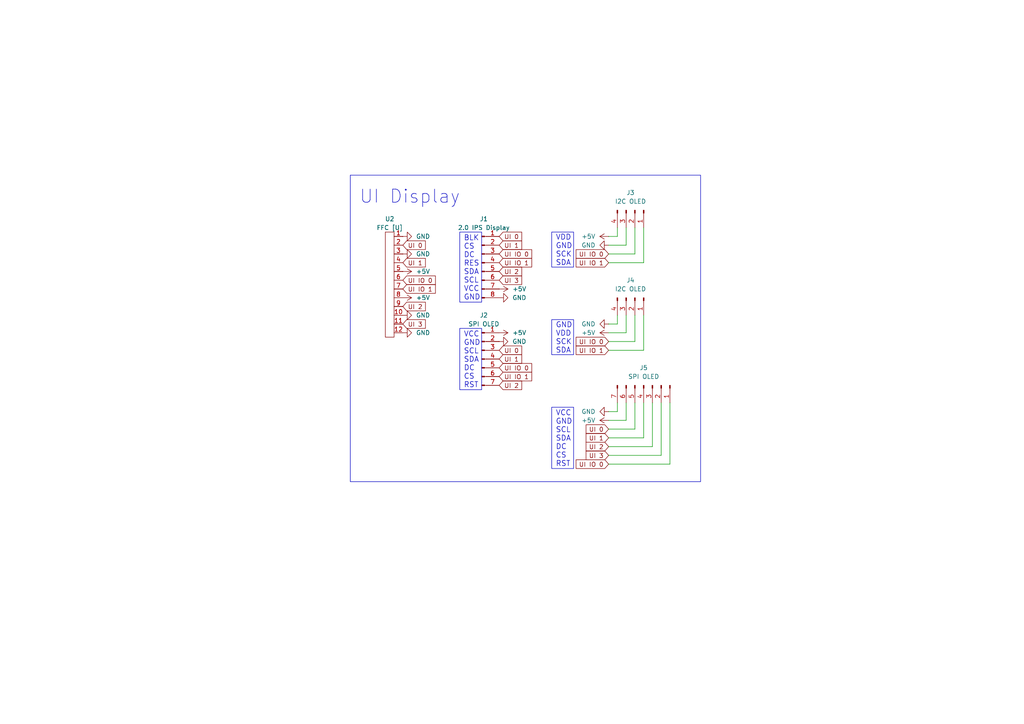
<source format=kicad_sch>
(kicad_sch (version 20231120) (generator "eeschema") (generator_version "8.0")
  (paper "A4")
  (lib_symbols
    (symbol "Connector:Conn_01x04_Pin" (pin_names (offset 1.016) hide)
      (property "Reference" "J" (at 0 5.08 0))
      (property "Value" "Conn_01x04_Pin" (at 0 -7.62 0))
      (symbol "Conn_01x04_Pin_1_1"
        (polyline (pts (xy 1.27 -5.08) (xy 0.8636 -5.08)) (stroke (width 0.1524)))
        (polyline (pts (xy 1.27 -2.54) (xy 0.8636 -2.54)) (stroke (width 0.1524)))
        (polyline (pts (xy 1.27 0) (xy 0.8636 0)) (stroke (width 0.1524)))
        (polyline (pts (xy 1.27 2.54) (xy 0.8636 2.54)) (stroke (width 0.1524)))
        (rectangle (start 0.8636 -4.953) (end 0 -5.207) (stroke (width 0.1524)) (fill (type outline)))
        (rectangle (start 0.8636 -2.413) (end 0 -2.667) (stroke (width 0.1524)) (fill (type outline)))
        (rectangle (start 0.8636 0.127) (end 0 -0.127) (stroke (width 0.1524)) (fill (type outline)))
        (rectangle (start 0.8636 2.667) (end 0 2.413) (stroke (width 0.1524)) (fill (type outline)))
        (pin passive line (at 5.08 2.54 180) (length 3.81) (name "Pin_1") (number "1"))
        (pin passive line (at 5.08 0 180) (length 3.81) (name "Pin_2") (number "2"))
        (pin passive line (at 5.08 -2.54 180) (length 3.81) (name "Pin_3") (number "3"))
        (pin passive line (at 5.08 -5.08 180) (length 3.81) (name "Pin_4") (number "4"))
      )
    )
    (symbol "Connector:Conn_01x07_Pin" (pin_names (offset 1.016) hide)
      (property "Reference" "J" (at 0 10.16 0))
      (property "Value" "Conn_01x07_Pin" (at 0 -10.16 0))
      (symbol "Conn_01x07_Pin_1_1"
        (polyline (pts (xy 1.27 -7.62) (xy 0.8636 -7.62)) (stroke (width 0.1524)))
        (polyline (pts (xy 1.27 -5.08) (xy 0.8636 -5.08)) (stroke (width 0.1524)))
        (polyline (pts (xy 1.27 -2.54) (xy 0.8636 -2.54)) (stroke (width 0.1524)))
        (polyline (pts (xy 1.27 0) (xy 0.8636 0)) (stroke (width 0.1524)))
        (polyline (pts (xy 1.27 2.54) (xy 0.8636 2.54)) (stroke (width 0.1524)))
        (polyline (pts (xy 1.27 5.08) (xy 0.8636 5.08)) (stroke (width 0.1524)))
        (polyline (pts (xy 1.27 7.62) (xy 0.8636 7.62)) (stroke (width 0.1524)))
        (rectangle (start 0.8636 -7.493) (end 0 -7.747) (stroke (width 0.1524)) (fill (type outline)))
        (rectangle (start 0.8636 -4.953) (end 0 -5.207) (stroke (width 0.1524)) (fill (type outline)))
        (rectangle (start 0.8636 -2.413) (end 0 -2.667) (stroke (width 0.1524)) (fill (type outline)))
        (rectangle (start 0.8636 0.127) (end 0 -0.127) (stroke (width 0.1524)) (fill (type outline)))
        (rectangle (start 0.8636 2.667) (end 0 2.413) (stroke (width 0.1524)) (fill (type outline)))
        (rectangle (start 0.8636 5.207) (end 0 4.953) (stroke (width 0.1524)) (fill (type outline)))
        (rectangle (start 0.8636 7.747) (end 0 7.493) (stroke (width 0.1524)) (fill (type outline)))
        (pin passive line (at 5.08 7.62 180) (length 3.81) (name "Pin_1") (number "1"))
        (pin passive line (at 5.08 5.08 180) (length 3.81) (name "Pin_2") (number "2"))
        (pin passive line (at 5.08 2.54 180) (length 3.81) (name "Pin_3") (number "3"))
        (pin passive line (at 5.08 0 180) (length 3.81) (name "Pin_4") (number "4"))
        (pin passive line (at 5.08 -2.54 180) (length 3.81) (name "Pin_5") (number "5"))
        (pin passive line (at 5.08 -5.08 180) (length 3.81) (name "Pin_6") (number "6"))
        (pin passive line (at 5.08 -7.62 180) (length 3.81) (name "Pin_7") (number "7"))
      )
    )
    (symbol "Connector:Conn_01x08_Pin" (pin_names (offset 1.016) hide)
      (property "Reference" "J" (at 0 10.16 0))
      (property "Value" "Conn_01x08_Pin" (at 0 -12.7 0))
      (symbol "Conn_01x08_Pin_1_1"
        (polyline (pts (xy 1.27 -10.16) (xy 0.8636 -10.16)) (stroke (width 0.1524)))
        (polyline (pts (xy 1.27 -7.62) (xy 0.8636 -7.62)) (stroke (width 0.1524)))
        (polyline (pts (xy 1.27 -5.08) (xy 0.8636 -5.08)) (stroke (width 0.1524)))
        (polyline (pts (xy 1.27 -2.54) (xy 0.8636 -2.54)) (stroke (width 0.1524)))
        (polyline (pts (xy 1.27 0) (xy 0.8636 0)) (stroke (width 0.1524)))
        (polyline (pts (xy 1.27 2.54) (xy 0.8636 2.54)) (stroke (width 0.1524)))
        (polyline (pts (xy 1.27 5.08) (xy 0.8636 5.08)) (stroke (width 0.1524)))
        (polyline (pts (xy 1.27 7.62) (xy 0.8636 7.62)) (stroke (width 0.1524)))
        (rectangle (start 0.8636 -10.033) (end 0 -10.287) (stroke (width 0.1524)) (fill (type outline)))
        (rectangle (start 0.8636 -7.493) (end 0 -7.747) (stroke (width 0.1524)) (fill (type outline)))
        (rectangle (start 0.8636 -4.953) (end 0 -5.207) (stroke (width 0.1524)) (fill (type outline)))
        (rectangle (start 0.8636 -2.413) (end 0 -2.667) (stroke (width 0.1524)) (fill (type outline)))
        (rectangle (start 0.8636 0.127) (end 0 -0.127) (stroke (width 0.1524)) (fill (type outline)))
        (rectangle (start 0.8636 2.667) (end 0 2.413) (stroke (width 0.1524)) (fill (type outline)))
        (rectangle (start 0.8636 5.207) (end 0 4.953) (stroke (width 0.1524)) (fill (type outline)))
        (rectangle (start 0.8636 7.747) (end 0 7.493) (stroke (width 0.1524)) (fill (type outline)))
        (pin passive line (at 5.08 7.62 180) (length 3.81) (name "Pin_1") (number "1"))
        (pin passive line (at 5.08 5.08 180) (length 3.81) (name "Pin_2") (number "2"))
        (pin passive line (at 5.08 2.54 180) (length 3.81) (name "Pin_3") (number "3"))
        (pin passive line (at 5.08 0 180) (length 3.81) (name "Pin_4") (number "4"))
        (pin passive line (at 5.08 -2.54 180) (length 3.81) (name "Pin_5") (number "5"))
        (pin passive line (at 5.08 -5.08 180) (length 3.81) (name "Pin_6") (number "6"))
        (pin passive line (at 5.08 -7.62 180) (length 3.81) (name "Pin_7") (number "7"))
        (pin passive line (at 5.08 -10.16 180) (length 3.81) (name "Pin_8") (number "8"))
      )
    )
    (symbol "FCC_Connector:FFC_12P"
      (property "Reference" "U" (at 0 16.764 0))
      (symbol "FFC_12P_0_1"
        (rectangle (start -1.27 15.24) (end 1.27 -15.24))
      )
      (symbol "FFC_12P_1_1"
        (pin input line (at 3.81 13.97 180) (length 2.54) (name "") (number "1"))
        (pin input line (at 3.81 -8.89 180) (length 2.54) (name "") (number "10"))
        (pin input line (at 3.81 -11.43 180) (length 2.54) (name "") (number "11"))
        (pin input line (at 3.81 -13.97 180) (length 2.54) (name "") (number "12"))
        (pin input line (at 3.81 11.43 180) (length 2.54) (name "") (number "2"))
        (pin input line (at 3.81 8.89 180) (length 2.54) (name "") (number "3"))
        (pin input line (at 3.81 6.35 180) (length 2.54) (name "") (number "4"))
        (pin input line (at 3.81 3.81 180) (length 2.54) (name "") (number "5"))
        (pin input line (at 3.81 1.27 180) (length 2.54) (name "") (number "6"))
        (pin input line (at 3.81 -1.27 180) (length 2.54) (name "") (number "7"))
        (pin input line (at 3.81 -3.81 180) (length 2.54) (name "") (number "8"))
        (pin input line (at 3.81 -6.35 180) (length 2.54) (name "") (number "9"))
      )
    )
    (symbol "power:+5V" (power) (pin_numbers hide) (pin_names (offset 0) hide)
      (property "Value" "+5V" (at 0 3.556 0))
      (symbol "+5V_0_1"
        (polyline (pts (xy -0.762 1.27) (xy 0 2.54)))
        (polyline (pts (xy 0 0) (xy 0 2.54)))
        (polyline (pts (xy 0 2.54) (xy 0.762 1.27)))
      )
      (symbol "+5V_1_1"
        (pin power_in line (at 0 0 90) (length 0) (name "~") (number "1"))
      )
    )
    (symbol "power:GND" (power) (pin_numbers hide) (pin_names (offset 0) hide)
      (property "Value" "GND" (at 0 -3.81 0))
      (symbol "GND_0_1"
        (polyline (pts (xy 0 0) (xy 0 -1.27) (xy 1.27 -1.27) (xy 0 -2.54) (xy -1.27 -1.27) (xy 0 -1.27)))
      )
      (symbol "GND_1_1"
        (pin power_in line (at 0 0 270) (length 0) (name "~") (number "1"))
      )
    )
  )
  (wire (pts (xy 179.07 116.84) (xy 179.07 119.38)))
  (wire (pts (xy 176.53 124.46) (xy 184.15 124.46)))
  (wire (pts (xy 184.15 73.66) (xy 184.15 66.04)))
  (wire (pts (xy 189.23 129.54) (xy 189.23 116.84)))
  (wire (pts (xy 179.07 93.98) (xy 179.07 91.44)))
  (wire (pts (xy 181.61 71.12) (xy 181.61 66.04)))
  (wire (pts (xy 176.53 96.52) (xy 181.61 96.52)))
  (wire (pts (xy 176.53 76.2) (xy 186.69 76.2)))
  (wire (pts (xy 176.53 73.66) (xy 184.15 73.66)))
  (wire (pts (xy 176.53 121.92) (xy 181.61 121.92)))
  (wire (pts (xy 176.53 119.38) (xy 179.07 119.38)))
  (wire (pts (xy 184.15 99.06) (xy 184.15 91.44)))
  (wire (pts (xy 191.77 132.08) (xy 191.77 116.84)))
  (wire (pts (xy 176.53 129.54) (xy 189.23 129.54)))
  (wire (pts (xy 176.53 101.6) (xy 186.69 101.6)))
  (wire (pts (xy 194.31 134.62) (xy 194.31 116.84)))
  (wire (pts (xy 186.69 101.6) (xy 186.69 91.44)))
  (wire (pts (xy 181.61 96.52) (xy 181.61 91.44)))
  (wire (pts (xy 176.53 127) (xy 186.69 127)))
  (wire (pts (xy 186.69 76.2) (xy 186.69 66.04)))
  (wire (pts (xy 176.53 99.06) (xy 184.15 99.06)))
  (wire (pts (xy 179.07 68.58) (xy 179.07 66.04)))
  (wire (pts (xy 176.53 68.58) (xy 179.07 68.58)))
  (wire (pts (xy 176.53 93.98) (xy 179.07 93.98)))
  (wire (pts (xy 176.53 134.62) (xy 194.31 134.62)))
  (wire (pts (xy 176.53 132.08) (xy 191.77 132.08)))
  (wire (pts (xy 184.15 124.46) (xy 184.15 116.84)))
  (wire (pts (xy 176.53 71.12) (xy 181.61 71.12)))
  (wire (pts (xy 186.69 127) (xy 186.69 116.84)))
  (wire (pts (xy 181.61 121.92) (xy 181.61 116.84)))
  (rectangle (start 101.6 50.8) (end 203.2 139.7))
  (text_box "GND\nVDD\nSCK\nSDA" (at 160.02 92.71 0) (size 6.35 10.16) (effects (font (size 1.524 1.524)) (justify left)))
  (text_box "BLK\nCS\nDC\nRES\nSDA\nSCL\nVCC\nGND" (at 133.35 67.31 0) (size 6.35 20.32) (effects (font (size 1.524 1.524)) (justify left)))
  (text_box "VCC\nGND\nSCL\nSDA\nDC\nCS\nRST" (at 133.35 95.25 0) (size 6.35 17.78) (effects (font (size 1.524 1.524)) (justify left)))
  (text_box "VDD\nGND\nSCK\nSDA" (at 160.02 67.31 0) (size 6.35 10.16) (effects (font (size 1.524 1.524)) (justify left)))
  (text_box "VCC\nGND\nSCL\nSDA\nDC\nCS\nRST" (at 160.02 118.11 0) (size 6.35 17.78) (effects (font (size 1.524 1.524)) (justify left)))
  (text "UI Display" (at 118.872 57.15 0) (effects (font (size 3.81 3.81))))
  (global_label "UI 1" (shape input) (at 116.84 76.2 0) (property "Intersheetrefs" "${INTERSHEET_REFS}" (effects (hide yes))))
  (global_label "UI 0" (shape input) (at 176.53 124.46 180) (property "Intersheetrefs" "${INTERSHEET_REFS}" (effects (hide yes))))
  (global_label "UI IO 1" (shape input) (at 144.78 76.2 0) (property "Intersheetrefs" "${INTERSHEET_REFS}" (effects (hide yes))))
  (global_label "UI 3" (shape input) (at 176.53 132.08 180) (property "Intersheetrefs" "${INTERSHEET_REFS}" (effects (hide yes))))
  (global_label "UI 0" (shape input) (at 116.84 71.12 0) (property "Intersheetrefs" "${INTERSHEET_REFS}" (effects (hide yes))))
  (global_label "UI 0" (shape input) (at 144.78 68.58 0) (property "Intersheetrefs" "${INTERSHEET_REFS}" (effects (hide yes))))
  (global_label "UI IO 1" (shape input) (at 116.84 83.82 0) (property "Intersheetrefs" "${INTERSHEET_REFS}" (effects (hide yes))))
  (global_label "UI 2" (shape input) (at 144.78 78.74 0) (property "Intersheetrefs" "${INTERSHEET_REFS}" (effects (hide yes))))
  (global_label "UI IO 1" (shape input) (at 176.53 76.2 180) (property "Intersheetrefs" "${INTERSHEET_REFS}" (effects (hide yes))))
  (global_label "UI IO 0" (shape input) (at 176.53 99.06 180) (property "Intersheetrefs" "${INTERSHEET_REFS}" (effects (hide yes))))
  (global_label "UI 2" (shape input) (at 116.84 88.9 0) (property "Intersheetrefs" "${INTERSHEET_REFS}" (effects (hide yes))))
  (global_label "UI 2" (shape input) (at 176.53 129.54 180) (property "Intersheetrefs" "${INTERSHEET_REFS}" (effects (hide yes))))
  (global_label "UI IO 0" (shape input) (at 176.53 134.62 180) (property "Intersheetrefs" "${INTERSHEET_REFS}" (effects (hide yes))))
  (global_label "UI 3" (shape input) (at 144.78 81.28 0) (property "Intersheetrefs" "${INTERSHEET_REFS}" (effects (hide yes))))
  (global_label "UI IO 1" (shape input) (at 176.53 101.6 180) (property "Intersheetrefs" "${INTERSHEET_REFS}" (effects (hide yes))))
  (global_label "UI 1" (shape input) (at 176.53 127 180) (property "Intersheetrefs" "${INTERSHEET_REFS}" (effects (hide yes))))
  (global_label "UI IO 1" (shape input) (at 144.78 109.22 0) (property "Intersheetrefs" "${INTERSHEET_REFS}" (effects (hide yes))))
  (global_label "UI IO 0" (shape input) (at 176.53 73.66 180) (property "Intersheetrefs" "${INTERSHEET_REFS}" (effects (hide yes))))
  (global_label "UI IO 0" (shape input) (at 144.78 106.68 0) (property "Intersheetrefs" "${INTERSHEET_REFS}" (effects (hide yes))))
  (global_label "UI IO 0" (shape input) (at 144.78 73.66 0) (property "Intersheetrefs" "${INTERSHEET_REFS}" (effects (hide yes))))
  (global_label "UI 0" (shape input) (at 144.78 101.6 0) (property "Intersheetrefs" "${INTERSHEET_REFS}" (effects (hide yes))))
  (global_label "UI 2" (shape input) (at 144.78 111.76 0) (property "Intersheetrefs" "${INTERSHEET_REFS}" (effects (hide yes))))
  (global_label "UI 1" (shape input) (at 144.78 71.12 0) (property "Intersheetrefs" "${INTERSHEET_REFS}" (effects (hide yes))))
  (global_label "UI 1" (shape input) (at 144.78 104.14 0) (property "Intersheetrefs" "${INTERSHEET_REFS}" (effects (hide yes))))
  (global_label "UI IO 0" (shape input) (at 116.84 81.28 0) (property "Intersheetrefs" "${INTERSHEET_REFS}" (effects (hide yes))))
  (global_label "UI 3" (shape input) (at 116.84 93.98 0) (property "Intersheetrefs" "${INTERSHEET_REFS}" (effects (hide yes))))
  (symbol (lib_id "power:GND") (at 144.78 86.36 90) (unit 1)
    (property "Reference" "#PWR014" (effects (hide yes)))
    (property "Value" "GND" (at 148.59 86.3599 90) (effects (justify right)))
    (property "Description" "Power symbol creates a global label with name \"GND\" , ground" (effects (hide yes)))
  )
  (symbol (lib_id "power:+5V") (at 176.53 96.52 90) (unit 1)
    (property "Reference" "#PWR020" (effects (hide yes)))
    (property "Value" "+5V" (at 172.72 96.5201 90) (effects (justify left)))
    (property "Description" "Power symbol creates a global label with name \"+5V\"" (effects (hide yes)))
  )
  (symbol (lib_id "power:+5V") (at 116.84 86.36 270) (unit 1)
    (property "Reference" "#PWR010" (effects (hide yes)))
    (property "Value" "+5V" (at 120.65 86.3599 90) (effects (justify left)))
    (property "Description" "Power symbol creates a global label with name \"+5V\"" (effects (hide yes)))
  )
  (symbol (lib_id "power:GND") (at 116.84 68.58 90) (unit 1)
    (property "Reference" "#PWR07" (effects (hide yes)))
    (property "Value" "GND" (at 120.65 68.5799 90) (effects (justify right)))
    (property "Description" "Power symbol creates a global label with name \"GND\" , ground" (effects (hide yes)))
  )
  (symbol (lib_id "FCC_Connector:FFC_12P") (at 113.03 82.55 0) (unit 1)
    (property "Reference" "U2" (at 113.03 63.5 0))
    (property "Value" "FFC [U]" (at 113.03 66.04 0))
    (property "Footprint" "FFC_Connector:FFC Aliexpress 0.5mm 12P" (effects (hide yes)))
  )
  (symbol (lib_id "power:GND") (at 144.78 99.06 90) (unit 1)
    (property "Reference" "#PWR016" (effects (hide yes)))
    (property "Value" "GND" (at 148.59 99.0599 90) (effects (justify right)))
    (property "Description" "Power symbol creates a global label with name \"GND\" , ground" (effects (hide yes)))
  )
  (symbol (lib_id "power:+5V") (at 144.78 83.82 270) (unit 1)
    (property "Reference" "#PWR013" (effects (hide yes)))
    (property "Value" "+5V" (at 148.59 83.8199 90) (effects (justify left)))
    (property "Description" "Power symbol creates a global label with name \"+5V\"" (effects (hide yes)))
  )
  (symbol (lib_id "power:GND") (at 116.84 91.44 90) (unit 1)
    (property "Reference" "#PWR011" (effects (hide yes)))
    (property "Value" "GND" (at 120.65 91.4399 90) (effects (justify right)))
    (property "Description" "Power symbol creates a global label with name \"GND\" , ground" (effects (hide yes)))
  )
  (symbol (lib_id "power:GND") (at 116.84 73.66 90) (unit 1)
    (property "Reference" "#PWR08" (effects (hide yes)))
    (property "Value" "GND" (at 120.65 73.6599 90) (effects (justify right)))
    (property "Description" "Power symbol creates a global label with name \"GND\" , ground" (effects (hide yes)))
  )
  (symbol (lib_id "Connector:Conn_01x04_Pin") (at 184.15 60.96 270) (unit 1)
    (property "Reference" "J3" (at 182.88 55.88 90))
    (property "Value" "I2C OLED" (at 182.88 58.42 90))
    (property "Footprint" "Connector_PinHeader_2.54mm:PinHeader_1x04_P2.54mm_Vertical" (effects (hide yes)))
    (property "Description" "Generic connector, single row, 01x04, script generated" (effects (hide yes)))
  )
  (symbol (lib_id "power:+5V") (at 116.84 78.74 270) (unit 1)
    (property "Reference" "#PWR09" (effects (hide yes)))
    (property "Value" "+5V" (at 120.65 78.7399 90) (effects (justify left)))
    (property "Description" "Power symbol creates a global label with name \"+5V\"" (effects (hide yes)))
  )
  (symbol (lib_id "power:+5V") (at 144.78 96.52 270) (unit 1)
    (property "Reference" "#PWR015" (effects (hide yes)))
    (property "Value" "+5V" (at 148.59 96.5199 90) (effects (justify left)))
    (property "Description" "Power symbol creates a global label with name \"+5V\"" (effects (hide yes)))
  )
  (symbol (lib_id "Connector:Conn_01x04_Pin") (at 184.15 86.36 270) (unit 1)
    (property "Reference" "J4" (at 182.88 81.28 90))
    (property "Value" "I2C OLED" (at 182.88 83.82 90))
    (property "Footprint" "Connector_PinHeader_2.54mm:PinHeader_1x04_P2.54mm_Vertical" (effects (hide yes)))
    (property "Description" "Generic connector, single row, 01x04, script generated" (effects (hide yes)))
  )
  (symbol (lib_id "power:GND") (at 176.53 119.38 270) (unit 1)
    (property "Reference" "#PWR021" (effects (hide yes)))
    (property "Value" "GND" (at 172.72 119.3801 90) (effects (justify right)))
    (property "Description" "Power symbol creates a global label with name \"GND\" , ground" (effects (hide yes)))
  )
  (symbol (lib_id "Connector:Conn_01x08_Pin") (at 139.7 76.2 0) (unit 1)
    (property "Reference" "J1" (at 140.335 63.5 0))
    (property "Value" "2.0 IPS Display" (at 140.335 66.04 0))
    (property "Footprint" "Connector_PinHeader_2.54mm:PinHeader_1x08_P2.54mm_Vertical" (effects (hide yes)))
    (property "Description" "Generic connector, single row, 01x08, script generated" (effects (hide yes)))
  )
  (symbol (lib_id "Connector:Conn_01x07_Pin") (at 139.7 104.14 0) (unit 1)
    (property "Reference" "J2" (at 140.335 91.44 0))
    (property "Value" "SPI OLED" (at 140.335 93.98 0))
    (property "Footprint" "Connector_PinHeader_2.54mm:PinHeader_1x07_P2.54mm_Vertical" (effects (hide yes)))
    (property "Description" "Generic connector, single row, 01x07, script generated" (effects (hide yes)))
  )
  (symbol (lib_id "power:GND") (at 176.53 71.12 270) (unit 1)
    (property "Reference" "#PWR018" (effects (hide yes)))
    (property "Value" "GND" (at 172.72 71.1201 90) (effects (justify right)))
    (property "Description" "Power symbol creates a global label with name \"GND\" , ground" (effects (hide yes)))
  )
  (symbol (lib_id "Connector:Conn_01x07_Pin") (at 186.69 111.76 270) (unit 1)
    (property "Reference" "J5" (at 186.69 106.68 90))
    (property "Value" "SPI OLED" (at 186.69 109.22 90))
    (property "Footprint" "Connector_PinHeader_2.54mm:PinHeader_1x07_P2.54mm_Vertical" (effects (hide yes)))
    (property "Description" "Generic connector, single row, 01x07, script generated" (effects (hide yes)))
  )
  (symbol (lib_id "power:GND") (at 176.53 93.98 270) (unit 1)
    (property "Reference" "#PWR019" (effects (hide yes)))
    (property "Value" "GND" (at 172.72 93.9801 90) (effects (justify right)))
    (property "Description" "Power symbol creates a global label with name \"GND\" , ground" (effects (hide yes)))
  )
  (symbol (lib_id "power:+5V") (at 176.53 121.92 90) (unit 1)
    (property "Reference" "#PWR022" (effects (hide yes)))
    (property "Value" "+5V" (at 172.72 121.9201 90) (effects (justify left)))
    (property "Description" "Power symbol creates a global label with name \"+5V\"" (effects (hide yes)))
  )
  (symbol (lib_id "power:+5V") (at 176.53 68.58 90) (unit 1)
    (property "Reference" "#PWR017" (effects (hide yes)))
    (property "Value" "+5V" (at 172.72 68.5801 90) (effects (justify left)))
    (property "Description" "Power symbol creates a global label with name \"+5V\"" (effects (hide yes)))
  )
  (symbol (lib_id "power:GND") (at 116.84 96.52 90) (unit 1)
    (property "Reference" "#PWR012" (effects (hide yes)))
    (property "Value" "GND" (at 120.65 96.5199 90) (effects (justify right)))
    (property "Description" "Power symbol creates a global label with name \"GND\" , ground" (effects (hide yes)))
  )
)
</source>
